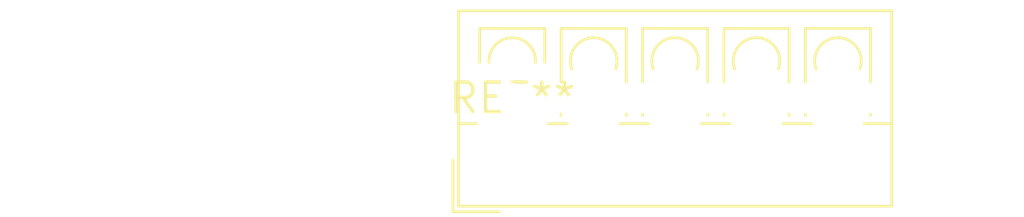
<source format=kicad_pcb>
(kicad_pcb (version 20240108) (generator pcbnew)
  (layers (0 "F.Cu" signal) (31 "B.Cu" signal) (34 "B.Paste" user) (35 "F.Paste" user) (36 "B.SilkS" user "B.Silkscreen") (37 "F.SilkS" user "F.Silkscreen") (38 "B.Mask" user) (39 "F.Mask" user) (44 "Edge.Cuts" user))
  (net 0 "")
  (footprint "TerminalBlock_4Ucon_1x05_P3.50mm_Vertical" (layer "F.Cu") (at 0 0)
    (property "Reference" "REF**")
    (property "Value" "TerminalBlock_4Ucon_1x05_P3.50mm_Vertical")
    (fp_line (start -2.55 2.66) (end -2.55 4.9) (layer "F.SilkS") (stroke (width 0.12)))
    (fp_line (start -2.55 4.9) (end -0.55 4.9) (layer "F.SilkS") (stroke (width 0.12)))
    (fp_line (start -2.31 -3.76) (end -2.31 4.66) (layer "F.SilkS") (stroke (width 0.12)))
    (fp_line (start -2.31 -3.76) (end 16.311 -3.76) (layer "F.SilkS") (stroke (width 0.12)))
    (fp_line (start -2.31 1.101) (end -1.54 1.101) (layer "F.SilkS") (stroke (width 0.12)))
    (fp_line (start -2.31 4.66) (end 16.311 4.66) (layer "F.SilkS") (stroke (width 0.12)))
    (fp_line (start -1.4 -3) (end -1.4 -1.54) (layer "F.SilkS") (stroke (width 0.12)))
    (fp_line (start -1.4 -3) (end 1.4 -3) (layer "F.SilkS") (stroke (width 0.12)))
    (fp_line (start 1.4 -3) (end 1.4 -1.54) (layer "F.SilkS") (stroke (width 0.12)))
    (fp_line (start 1.54 1.101) (end 2.367 1.101) (layer "F.SilkS") (stroke (width 0.12)))
    (fp_line (start 2.1 -3) (end 2.1 -0.689) (layer "F.SilkS") (stroke (width 0.12)))
    (fp_line (start 2.1 -3) (end 4.9 -3) (layer "F.SilkS") (stroke (width 0.12)))
    (fp_line (start 2.1 0.689) (end 2.1 0.75) (layer "F.SilkS") (stroke (width 0.12)))
    (fp_line (start 2.1 0.75) (end 2.101 0.75) (layer "F.SilkS") (stroke (width 0.12)))
    (fp_line (start 4.634 1.101) (end 5.867 1.101) (layer "F.SilkS") (stroke (width 0.12)))
    (fp_line (start 4.9 -3) (end 4.9 -0.689) (layer "F.SilkS") (stroke (width 0.12)))
    (fp_line (start 4.9 0.689) (end 4.9 0.75) (layer "F.SilkS") (stroke (width 0.12)))
    (fp_line (start 4.9 0.75) (end 4.9 0.75) (layer "F.SilkS") (stroke (width 0.12)))
    (fp_line (start 5.6 -3) (end 5.6 -0.689) (layer "F.SilkS") (stroke (width 0.12)))
    (fp_line (start 5.6 -3) (end 8.4 -3) (layer "F.SilkS") (stroke (width 0.12)))
    (fp_line (start 5.6 0.689) (end 5.6 0.75) (layer "F.SilkS") (stroke (width 0.12)))
    (fp_line (start 5.6 0.75) (end 5.601 0.75) (layer "F.SilkS") (stroke (width 0.12)))
    (fp_line (start 8.134 1.101) (end 9.367 1.101) (layer "F.SilkS") (stroke (width 0.12)))
    (fp_line (start 8.4 -3) (end 8.4 -0.689) (layer "F.SilkS") (stroke (width 0.12)))
    (fp_line (start 8.4 0.689) (end 8.4 0.75) (layer "F.SilkS") (stroke (width 0.12)))
    (fp_line (start 8.4 0.75) (end 8.4 0.75) (layer "F.SilkS") (stroke (width 0.12)))
    (fp_line (start 9.1 -3) (end 9.1 -0.689) (layer "F.SilkS") (stroke (width 0.12)))
    (fp_line (start 9.1 -3) (end 11.9 -3) (layer "F.SilkS") (stroke (width 0.12)))
    (fp_line (start 9.1 0.689) (end 9.1 0.75) (layer "F.SilkS") (stroke (width 0.12)))
    (fp_line (start 9.1 0.75) (end 9.101 0.75) (layer "F.SilkS") (stroke (width 0.12)))
    (fp_line (start 11.634 1.101) (end 12.867 1.101) (layer "F.SilkS") (stroke (width 0.12)))
    (fp_line (start 11.9 -3) (end 11.9 -0.689) (layer "F.SilkS") (stroke (width 0.12)))
    (fp_line (start 11.9 0.689) (end 11.9 0.75) (layer "F.SilkS") (stroke (width 0.12)))
    (fp_line (start 11.9 0.75) (end 11.9 0.75) (layer "F.SilkS") (stroke (width 0.12)))
    (fp_line (start 12.6 -3) (end 12.6 -0.689) (layer "F.SilkS") (stroke (width 0.12)))
    (fp_line (start 12.6 -3) (end 15.4 -3) (layer "F.SilkS") (stroke (width 0.12)))
    (fp_line (start 12.6 0.689) (end 12.6 0.75) (layer "F.SilkS") (stroke (width 0.12)))
    (fp_line (start 12.6 0.75) (end 12.601 0.75) (layer "F.SilkS") (stroke (width 0.12)))
    (fp_line (start 15.134 1.101) (end 16.311 1.101) (layer "F.SilkS") (stroke (width 0.12)))
    (fp_line (start 15.4 -3) (end 15.4 -0.689) (layer "F.SilkS") (stroke (width 0.12)))
    (fp_line (start 15.4 0.689) (end 15.4 0.75) (layer "F.SilkS") (stroke (width 0.12)))
    (fp_line (start 15.4 0.75) (end 15.4 0.75) (layer "F.SilkS") (stroke (width 0.12)))
    (fp_line (start 16.311 -3.76) (end 16.311 4.66) (layer "F.SilkS") (stroke (width 0.12)))
    (fp_arc (start -0.99789 -1.529434) (mid -0.000785 -2.600382) (end 0.998 -1.531) (layer "F.SilkS") (stroke (width 0.12)))
    (fp_arc (start 2.560085 -1.257767) (mid 3.499876 -2.600282) (end 4.44 -1.258) (layer "F.SilkS") (stroke (width 0.12)))
    (fp_arc (start 6.060085 -1.257767) (mid 6.999876 -2.600282) (end 7.94 -1.258) (layer "F.SilkS") (stroke (width 0.12)))
    (fp_arc (start 9.560085 -1.257767) (mid 10.499876 -2.600282) (end 11.44 -1.258) (layer "F.SilkS") (stroke (width 0.12)))
    (fp_arc (start 13.060085 -1.257767) (mid 13.999876 -2.600282) (end 14.94 -1.258) (layer "F.SilkS") (stroke (width 0.12)))
    (pad "1" thru_hole rect (at 0 0) (size 2.6 2.6) (drill 1.3) (layers *.Cu *.Mask) (remove_unused_layers))
    (pad "2" thru_hole circle (at 3.5 0) (size 2.6 2.6) (drill 1.3) (layers *.Cu *.Mask) (remove_unused_layers))
    (pad "3" thru_hole circle (at 7 0) (size 2.6 2.6) (drill 1.3) (layers *.Cu *.Mask) (remove_unused_layers))
    (pad "4" thru_hole circle (at 10.5 0) (size 2.6 2.6) (drill 1.3) (layers *.Cu *.Mask) (remove_unused_layers))
    (pad "5" thru_hole circle (at 14 0) (size 2.6 2.6) (drill 1.3) (layers *.Cu *.Mask) (remove_unused_layers))
  )
)
</source>
